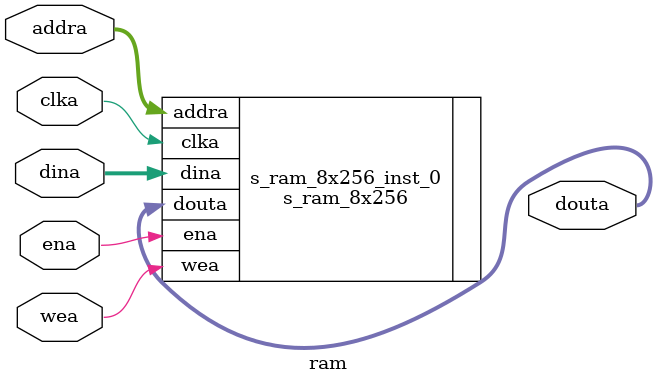
<source format=v>
module ram(
    input           clka           , 
    input           ena            , 
    input           wea            , 
    input  [7:0]    addra          ,     
    input  [7:0]    dina           ,     
    output [7:0]    douta          
    );


s_ram_8x256 s_ram_8x256_inst_0 (
  .clka(clka),    // input wire clka
  .ena(ena),      // input wire ena
  .wea(wea),      // input wire [0 : 0] wea
  .addra(addra),  // input wire [7 : 0] addra
  .dina(dina),    // input wire [7 : 0] dina
  .douta(douta)  // output wire [7 : 0] douta
);


endmodule
</source>
